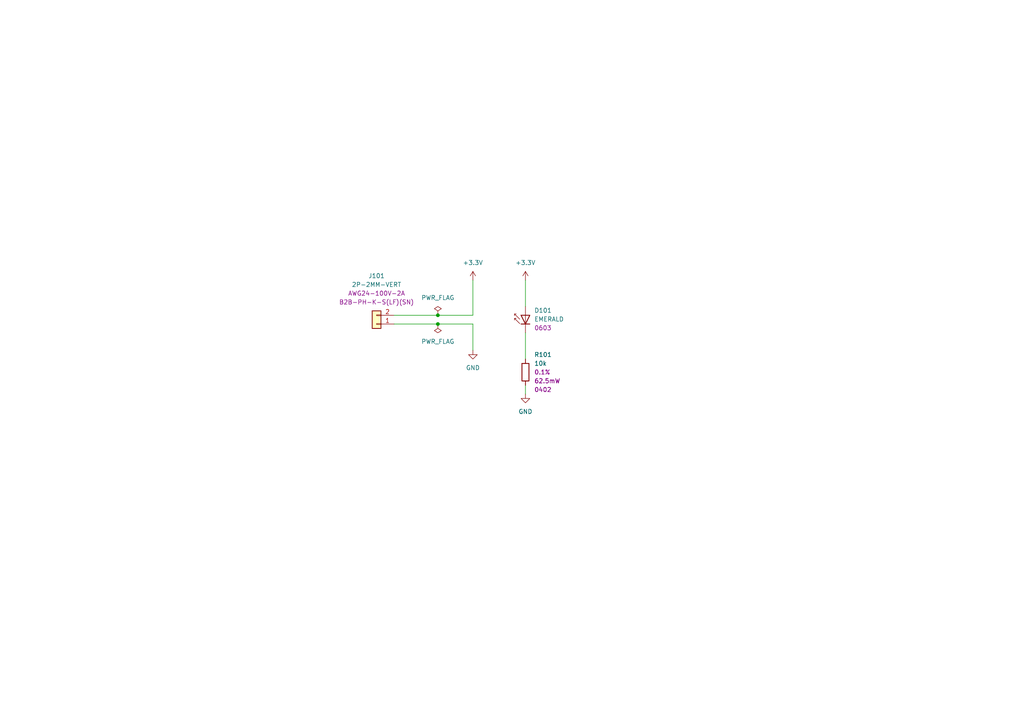
<source format=kicad_sch>
(kicad_sch (version 20230121) (generator eeschema)
  (paper "A4")
  (lib_symbols
    (symbol "Library:19-217/GHC-YR1S2/3T" (pin_numbers hide) (pin_names (offset 1.016) hide)
      (property "Reference" "D" (at 0 7.62 0))
      (property "Value" "EMERALD" (at 0 5.08 0))
      (property "Package" "0603" (at 0 0 0))
      (symbol "19-217/GHC-YR1S2/3T_0_1"
        (polyline (pts (xy -2.54 1.27) (xy -2.54 -1.27)) (stroke (width 0.254)))
        (polyline (pts (xy 0 0) (xy -2.54 0)))
        (polyline (pts (xy 0.381 3.175) (xy -0.127 3.175)))
        (polyline (pts (xy -1.143 1.651) (xy 0.381 3.175) (xy 0.381 2.667)))
        (polyline (pts (xy 0 1.27) (xy 0 -1.27) (xy -2.54 0) (xy 0 1.27)) (stroke (width 0.254)))
        (polyline (pts (xy -2.413 1.651) (xy -0.889 3.175) (xy -0.889 2.667) (xy -0.889 3.175) (xy -1.397 3.175)))
      )
      (symbol "19-217/GHC-YR1S2/3T_1_1"
        (pin passive line (at -5.08 0 0) (length 2.54) (name "K") (number "1"))
        (pin passive line (at 2.54 0 180) (length 2.54) (name "A") (number "2"))
      )
    )
    (symbol "Library:B2B-PH-K-S(LF)(SN)" (pin_names (offset 1.016) hide)
      (property "Reference" "J" (at 2.54 2.54 0))
      (property "Value" "2P-2MM-VERT" (at 2.54 0 0))
      (property "Wire" "AWG24-100V-2A" (at 2.54 -5.08 0))
      (property "Manufacturer Part Number" "B2B-PH-K-S(LF)(SN)" (at 2.54 -2.54 0))
      (symbol "B2B-PH-K-S(LF)(SN)_1_1"
        (rectangle (start -1.27 -2.413) (end 0 -2.667) (stroke (width 0.1524)))
        (rectangle (start -1.27 0.127) (end 0 -0.127) (stroke (width 0.1524)))
        (rectangle (start -1.27 1.27) (end 1.27 -3.81) (stroke (width 0.254)) (fill (type background)))
        (pin passive line (at -5.08 0 0) (length 3.81) (name "Pin_1") (number "1"))
        (pin passive line (at -5.08 -2.54 0) (length 3.81) (name "Pin_2") (number "2"))
      )
    )
    (symbol "Library:RT0402BRD0710KL" (pin_numbers hide) (pin_names (offset 0))
      (property "Reference" "R" (at 5.08 5.08 0))
      (property "Value" "10k" (at 5.08 2.54 0))
      (property "Tolerance" "0.1%" (at 0 0 0))
      (property "Power" "62.5mW" (at 0 0 0))
      (property "Package" "0402" (at 0 0 0))
      (symbol "RT0402BRD0710KL_0_1"
        (rectangle (start -1.016 3.81) (end 1.016 -1.27) (stroke (width 0.254)))
      )
      (symbol "RT0402BRD0710KL_1_1"
        (pin passive line (at 0 5.08 270) (length 1.27) (name "~") (number "1"))
        (pin passive line (at 0 -2.54 90) (length 1.27) (name "~") (number "2"))
      )
    )
    (symbol "power:+3.3V" (power) (pin_names (offset 0))
      (property "Value" "+3.3V" (at 0 3.556 0))
      (symbol "+3.3V_0_1"
        (polyline (pts (xy -0.762 1.27) (xy 0 2.54)))
        (polyline (pts (xy 0 0) (xy 0 2.54)))
        (polyline (pts (xy 0 2.54) (xy 0.762 1.27)))
      )
      (symbol "+3.3V_1_1"
        (pin power_in line (at 0 0 90) (length 0) hide (name "+3.3V") (number "1"))
      )
    )
    (symbol "power:GND" (power) (pin_names (offset 0))
      (property "Value" "GND" (at 0 -3.81 0))
      (symbol "GND_0_1"
        (polyline (pts (xy 0 0) (xy 0 -1.27) (xy 1.27 -1.27) (xy 0 -2.54) (xy -1.27 -1.27) (xy 0 -1.27)))
      )
      (symbol "GND_1_1"
        (pin power_in line (at 0 0 270) (length 0) hide (name "GND") (number "1"))
      )
    )
    (symbol "power:PWR_FLAG" (power) (pin_numbers hide) (pin_names (offset 0) hide)
      (property "Value" "PWR_FLAG" (at 0 3.81 0))
      (symbol "PWR_FLAG_0_0"
        (pin power_out line (at 0 0 90) (length 0) (name "pwr") (number "1"))
      )
      (symbol "PWR_FLAG_0_1"
        (polyline (pts (xy 0 0) (xy 0 1.27) (xy -1.016 1.905) (xy 0 2.54) (xy 1.016 1.905) (xy 0 1.27)))
      )
    )
  )
  (junction (at 127 91.44))
  (junction (at 127 93.98))
  (wire (pts (xy 152.4 111.76) (xy 152.4 114.3)))
  (wire (pts (xy 127 91.44) (xy 114.3 91.44)))
  (wire (pts (xy 127 91.44) (xy 137.16 91.44)))
  (wire (pts (xy 152.4 96.52) (xy 152.4 104.14)))
  (wire (pts (xy 127 93.98) (xy 114.3 93.98)))
  (wire (pts (xy 137.16 81.28) (xy 137.16 91.44)))
  (wire (pts (xy 137.16 101.6) (xy 137.16 93.98)))
  (wire (pts (xy 137.16 93.98) (xy 127 93.98)))
  (wire (pts (xy 152.4 81.28) (xy 152.4 88.9)))
  (symbol (lib_id "power:PWR_FLAG") (at 127 93.98 180) (unit 1)
    (property "Reference" "#FLG0102" (effects hide))
    (property "Value" "PWR_FLAG" (at 127 99.06 0))
  )
  (symbol (lib_id "Library:19-217/GHC-YR1S2/3T") (at 152.4 91.44 90) (unit 1)
    (property "Reference" "D101" (at 154.94 90.043 90) (effects (justify right)))
    (property "Value" "EMERALD" (at 154.94 92.583 90) (effects (justify right)))
    (property "Footprint" "LED_SMD:LED_0603_E_1608Metric" (effects hide))
    (property "Datasheet" "https://jlcpcb.com/partdetail/EverlightElec-19_217_GHC_YR1S23T/C72043" (effects hide))
    (property "Package" "0603" (at 154.94 95.123 90) (effects (justify right)))
    (property "Manufacturer Part Number" "19-217/GHC-YR1S2/3T" (effects hide))
    (property "LCSC Part Number" "C72043" (effects hide))
    (property "Lifecycle" "✅ Production" (effects hide))
  )
  (symbol (lib_id "Library:RT0402BRD0710KL") (at 152.4 109.22 0) (unit 1)
    (property "Reference" "R101" (at 154.94 102.87 0) (effects (justify left)))
    (property "Value" "10k" (at 154.94 105.41 0) (effects (justify left)))
    (property "Footprint" "Resistor_SMD:R_0402_1005Metric" (effects hide))
    (property "Datasheet" "https://jlcpcb.com/partdetail/Yageo-RT0402BRD0710KL/C190095" (effects hide))
    (property "Manufacturer Part Number" "RT0402BRD0710KL" (effects hide))
    (property "LCSC Part Number" "C190095" (effects hide))
    (property "Tolerance" "0.1%" (at 154.94 107.95 0) (effects (justify left)))
    (property "Power" "62.5mW" (at 154.94 110.49 0) (effects (justify left)))
    (property "Package" "0402" (at 154.94 113.03 0) (effects (justify left)))
    (property "Lifecycle" "🔵 Prototype" (effects hide))
  )
  (symbol (lib_id "power:+3.3V") (at 152.4 81.28 0) (unit 1)
    (property "Reference" "#PWR0102" (effects hide))
    (property "Value" "+3.3V" (at 152.4 76.2 0))
  )
  (symbol (lib_id "power:+3.3V") (at 137.16 81.28 0) (unit 1)
    (property "Reference" "#PWR0104" (effects hide))
    (property "Value" "+3.3V" (at 137.16 76.2 0))
  )
  (symbol (lib_id "Library:B2B-PH-K-S(LF)(SN)") (at 109.22 93.98 180) (unit 1)
    (property "Reference" "J101" (at 109.22 80.01 0))
    (property "Value" "2P-2MM-VERT" (at 109.22 82.55 0))
    (property "Footprint" "Connector_JST:JST_PH_B2B-PH-K_1x02_P2.00mm_Vertical" (effects hide))
    (property "Datasheet" "https://jlcpcb.com/partdetail/Jst_SalesAmerica-B2B_PH_K_S_LF_SN/C131337" (effects hide))
    (property "Wire" "AWG24-100V-2A" (at 109.22 85.09 0))
    (property "Manufacturer Part Number" "B2B-PH-K-S(LF)(SN)" (at 109.22 87.63 0))
    (property "Package" "Straight,P=2mm" (effects hide))
    (property "LCSC Part Number" "C131337" (effects hide))
    (property "Lifecycle" "✅ Production" (effects hide))
    (property "JLCPCB Rotation Offset" "180" (effects hide))
  )
  (symbol (lib_id "power:GND") (at 137.16 101.6 0) (unit 1)
    (property "Reference" "#PWR0103" (effects hide))
    (property "Value" "GND" (at 137.16 106.68 0))
  )
  (symbol (lib_id "power:PWR_FLAG") (at 127 91.44 0) (unit 1)
    (property "Reference" "#FLG0101" (effects hide))
    (property "Value" "PWR_FLAG" (at 127 86.36 0))
  )
  (symbol (lib_id "power:GND") (at 152.4 114.3 0) (unit 1)
    (property "Reference" "#PWR0101" (effects hide))
    (property "Value" "GND" (at 152.4 119.38 0))
  )
)
</source>
